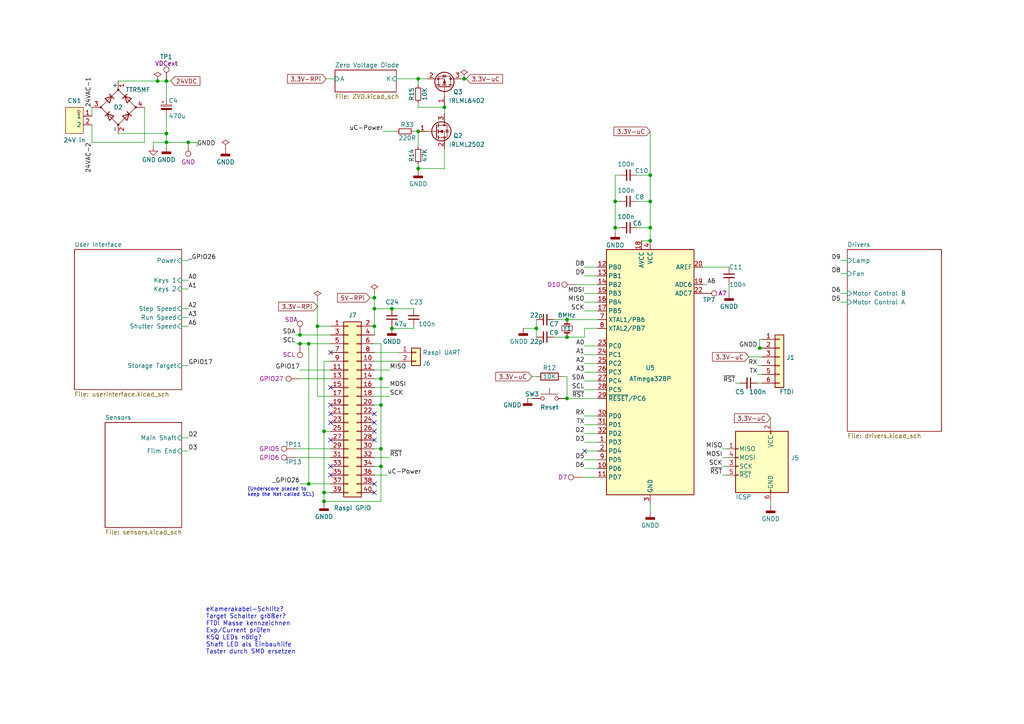
<source format=kicad_sch>
(kicad_sch (version 20230121) (generator eeschema)
  (paper "A4")
  (lib_symbols
    (symbol "Connector:AVR-ISP-6" (pin_names (offset 1.016))
      (property "Reference" "J" (at -6.35 11.43 0))
      (property "Value" "AVR-ISP-6" (at 0 11.43 0))
      (symbol "AVR-ISP-6_0_1"
        (rectangle (start -2.667 -6.858) (end -2.413 -7.62))
        (rectangle (start -2.667 10.16) (end -2.413 9.398))
        (rectangle (start 7.62 -2.413) (end 6.858 -2.667))
        (rectangle (start 7.62 0.127) (end 6.858 -0.127))
        (rectangle (start 7.62 2.667) (end 6.858 2.413))
        (rectangle (start 7.62 5.207) (end 6.858 4.953))
        (rectangle (start 7.62 10.16) (end -7.62 -7.62) (stroke (width 0.254)) (fill (type background)))
      )
      (symbol "AVR-ISP-6_1_1"
        (pin passive line (at 10.16 5.08 180) (length 2.54) (name "MISO") (number "1"))
        (pin passive line (at -2.54 12.7 270) (length 2.54) (name "VCC") (number "2"))
        (pin passive line (at 10.16 0 180) (length 2.54) (name "SCK") (number "3"))
        (pin passive line (at 10.16 2.54 180) (length 2.54) (name "MOSI") (number "4"))
        (pin passive line (at 10.16 -2.54 180) (length 2.54) (name "~{RST}") (number "5"))
        (pin passive line (at -2.54 -10.16 90) (length 2.54) (name "GND") (number "6"))
      )
    )
    (symbol "Connector_Generic:Conn_01x02" (pin_names (offset 1.016) hide)
      (property "Reference" "J" (at 0 2.54 0))
      (property "Value" "Conn_01x02" (at 0 -5.08 0))
      (symbol "Conn_01x02_1_1"
        (rectangle (start -1.27 -2.413) (end 0 -2.667) (stroke (width 0.1524)))
        (rectangle (start -1.27 0.127) (end 0 -0.127) (stroke (width 0.1524)))
        (rectangle (start -1.27 1.27) (end 1.27 -3.81) (stroke (width 0.254)) (fill (type background)))
        (pin passive line (at -5.08 0 0) (length 3.81) (name "Pin_1") (number "1"))
        (pin passive line (at -5.08 -2.54 0) (length 3.81) (name "Pin_2") (number "2"))
      )
    )
    (symbol "Connector_Generic:Conn_01x06" (pin_names (offset 1.016) hide)
      (property "Reference" "J" (at 0 7.62 0))
      (property "Value" "Conn_01x06" (at 0 -10.16 0))
      (symbol "Conn_01x06_1_1"
        (rectangle (start -1.27 -7.493) (end 0 -7.747) (stroke (width 0.1524)))
        (rectangle (start -1.27 -4.953) (end 0 -5.207) (stroke (width 0.1524)))
        (rectangle (start -1.27 -2.413) (end 0 -2.667) (stroke (width 0.1524)))
        (rectangle (start -1.27 0.127) (end 0 -0.127) (stroke (width 0.1524)))
        (rectangle (start -1.27 2.667) (end 0 2.413) (stroke (width 0.1524)))
        (rectangle (start -1.27 5.207) (end 0 4.953) (stroke (width 0.1524)))
        (rectangle (start -1.27 6.35) (end 1.27 -8.89) (stroke (width 0.254)) (fill (type background)))
        (pin passive line (at -5.08 5.08 0) (length 3.81) (name "Pin_1") (number "1"))
        (pin passive line (at -5.08 2.54 0) (length 3.81) (name "Pin_2") (number "2"))
        (pin passive line (at -5.08 0 0) (length 3.81) (name "Pin_3") (number "3"))
        (pin passive line (at -5.08 -2.54 0) (length 3.81) (name "Pin_4") (number "4"))
        (pin passive line (at -5.08 -5.08 0) (length 3.81) (name "Pin_5") (number "5"))
        (pin passive line (at -5.08 -7.62 0) (length 3.81) (name "Pin_6") (number "6"))
      )
    )
    (symbol "Connector_Generic:Conn_02x20_Odd_Even" (pin_names (offset 1.016) hide)
      (property "Reference" "J" (at 1.27 25.4 0))
      (property "Value" "Conn_02x20_Odd_Even" (at 1.27 -27.94 0))
      (symbol "Conn_02x20_Odd_Even_1_1"
        (rectangle (start -1.27 -25.273) (end 0 -25.527) (stroke (width 0.1524)))
        (rectangle (start -1.27 -22.733) (end 0 -22.987) (stroke (width 0.1524)))
        (rectangle (start -1.27 -20.193) (end 0 -20.447) (stroke (width 0.1524)))
        (rectangle (start -1.27 -17.653) (end 0 -17.907) (stroke (width 0.1524)))
        (rectangle (start -1.27 -15.113) (end 0 -15.367) (stroke (width 0.1524)))
        (rectangle (start -1.27 -12.573) (end 0 -12.827) (stroke (width 0.1524)))
        (rectangle (start -1.27 -10.033) (end 0 -10.287) (stroke (width 0.1524)))
        (rectangle (start -1.27 -7.493) (end 0 -7.747) (stroke (width 0.1524)))
        (rectangle (start -1.27 -4.953) (end 0 -5.207) (stroke (width 0.1524)))
        (rectangle (start -1.27 -2.413) (end 0 -2.667) (stroke (width 0.1524)))
        (rectangle (start -1.27 0.127) (end 0 -0.127) (stroke (width 0.1524)))
        (rectangle (start -1.27 2.667) (end 0 2.413) (stroke (width 0.1524)))
        (rectangle (start -1.27 5.207) (end 0 4.953) (stroke (width 0.1524)))
        (rectangle (start -1.27 7.747) (end 0 7.493) (stroke (width 0.1524)))
        (rectangle (start -1.27 10.287) (end 0 10.033) (stroke (width 0.1524)))
        (rectangle (start -1.27 12.827) (end 0 12.573) (stroke (width 0.1524)))
        (rectangle (start -1.27 15.367) (end 0 15.113) (stroke (width 0.1524)))
        (rectangle (start -1.27 17.907) (end 0 17.653) (stroke (width 0.1524)))
        (rectangle (start -1.27 20.447) (end 0 20.193) (stroke (width 0.1524)))
        (rectangle (start -1.27 22.987) (end 0 22.733) (stroke (width 0.1524)))
        (rectangle (start -1.27 24.13) (end 3.81 -26.67) (stroke (width 0.254)) (fill (type background)))
        (rectangle (start 3.81 -25.273) (end 2.54 -25.527) (stroke (width 0.1524)))
        (rectangle (start 3.81 -22.733) (end 2.54 -22.987) (stroke (width 0.1524)))
        (rectangle (start 3.81 -20.193) (end 2.54 -20.447) (stroke (width 0.1524)))
        (rectangle (start 3.81 -17.653) (end 2.54 -17.907) (stroke (width 0.1524)))
        (rectangle (start 3.81 -15.113) (end 2.54 -15.367) (stroke (width 0.1524)))
        (rectangle (start 3.81 -12.573) (end 2.54 -12.827) (stroke (width 0.1524)))
        (rectangle (start 3.81 -10.033) (end 2.54 -10.287) (stroke (width 0.1524)))
        (rectangle (start 3.81 -7.493) (end 2.54 -7.747) (stroke (width 0.1524)))
        (rectangle (start 3.81 -4.953) (end 2.54 -5.207) (stroke (width 0.1524)))
        (rectangle (start 3.81 -2.413) (end 2.54 -2.667) (stroke (width 0.1524)))
        (rectangle (start 3.81 0.127) (end 2.54 -0.127) (stroke (width 0.1524)))
        (rectangle (start 3.81 2.667) (end 2.54 2.413) (stroke (width 0.1524)))
        (rectangle (start 3.81 5.207) (end 2.54 4.953) (stroke (width 0.1524)))
        (rectangle (start 3.81 7.747) (end 2.54 7.493) (stroke (width 0.1524)))
        (rectangle (start 3.81 10.287) (end 2.54 10.033) (stroke (width 0.1524)))
        (rectangle (start 3.81 12.827) (end 2.54 12.573) (stroke (width 0.1524)))
        (rectangle (start 3.81 15.367) (end 2.54 15.113) (stroke (width 0.1524)))
        (rectangle (start 3.81 17.907) (end 2.54 17.653) (stroke (width 0.1524)))
        (rectangle (start 3.81 20.447) (end 2.54 20.193) (stroke (width 0.1524)))
        (rectangle (start 3.81 22.987) (end 2.54 22.733) (stroke (width 0.1524)))
        (pin passive line (at -5.08 22.86 0) (length 3.81) (name "Pin_1") (number "1"))
        (pin passive line (at 7.62 12.7 180) (length 3.81) (name "Pin_10") (number "10"))
        (pin passive line (at -5.08 10.16 0) (length 3.81) (name "Pin_11") (number "11"))
        (pin passive line (at 7.62 10.16 180) (length 3.81) (name "Pin_12") (number "12"))
        (pin passive line (at -5.08 7.62 0) (length 3.81) (name "Pin_13") (number "13"))
        (pin passive line (at 7.62 7.62 180) (length 3.81) (name "Pin_14") (number "14"))
        (pin passive line (at -5.08 5.08 0) (length 3.81) (name "Pin_15") (number "15"))
        (pin passive line (at 7.62 5.08 180) (length 3.81) (name "Pin_16") (number "16"))
        (pin passive line (at -5.08 2.54 0) (length 3.81) (name "Pin_17") (number "17"))
        (pin passive line (at 7.62 2.54 180) (length 3.81) (name "Pin_18") (number "18"))
        (pin passive line (at -5.08 0 0) (length 3.81) (name "Pin_19") (number "19"))
        (pin passive line (at 7.62 22.86 180) (length 3.81) (name "Pin_2") (number "2"))
        (pin passive line (at 7.62 0 180) (length 3.81) (name "Pin_20") (number "20"))
        (pin passive line (at -5.08 -2.54 0) (length 3.81) (name "Pin_21") (number "21"))
        (pin passive line (at 7.62 -2.54 180) (length 3.81) (name "Pin_22") (number "22"))
        (pin passive line (at -5.08 -5.08 0) (length 3.81) (name "Pin_23") (number "23"))
        (pin passive line (at 7.62 -5.08 180) (length 3.81) (name "Pin_24") (number "24"))
        (pin passive line (at -5.08 -7.62 0) (length 3.81) (name "Pin_25") (number "25"))
        (pin passive line (at 7.62 -7.62 180) (length 3.81) (name "Pin_26") (number "26"))
        (pin passive line (at -5.08 -10.16 0) (length 3.81) (name "Pin_27") (number "27"))
        (pin passive line (at 7.62 -10.16 180) (length 3.81) (name "Pin_28") (number "28"))
        (pin passive line (at -5.08 -12.7 0) (length 3.81) (name "Pin_29") (number "29"))
        (pin passive line (at -5.08 20.32 0) (length 3.81) (name "Pin_3") (number "3"))
        (pin passive line (at 7.62 -12.7 180) (length 3.81) (name "Pin_30") (number "30"))
        (pin passive line (at -5.08 -15.24 0) (length 3.81) (name "Pin_31") (number "31"))
        (pin passive line (at 7.62 -15.24 180) (length 3.81) (name "Pin_32") (number "32"))
        (pin passive line (at -5.08 -17.78 0) (length 3.81) (name "Pin_33") (number "33"))
        (pin passive line (at 7.62 -17.78 180) (length 3.81) (name "Pin_34") (number "34"))
        (pin passive line (at -5.08 -20.32 0) (length 3.81) (name "Pin_35") (number "35"))
        (pin passive line (at 7.62 -20.32 180) (length 3.81) (name "Pin_36") (number "36"))
        (pin passive line (at -5.08 -22.86 0) (length 3.81) (name "Pin_37") (number "37"))
        (pin passive line (at 7.62 -22.86 180) (length 3.81) (name "Pin_38") (number "38"))
        (pin passive line (at -5.08 -25.4 0) (length 3.81) (name "Pin_39") (number "39"))
        (pin passive line (at 7.62 20.32 180) (length 3.81) (name "Pin_4") (number "4"))
        (pin passive line (at 7.62 -25.4 180) (length 3.81) (name "Pin_40") (number "40"))
        (pin passive line (at -5.08 17.78 0) (length 3.81) (name "Pin_5") (number "5"))
        (pin passive line (at 7.62 17.78 180) (length 3.81) (name "Pin_6") (number "6"))
        (pin passive line (at -5.08 15.24 0) (length 3.81) (name "Pin_7") (number "7"))
        (pin passive line (at 7.62 15.24 180) (length 3.81) (name "Pin_8") (number "8"))
        (pin passive line (at -5.08 12.7 0) (length 3.81) (name "Pin_9") (number "9"))
      )
    )
    (symbol "Device:C_Polarized_Small" (pin_numbers hide) (pin_names (offset 0.254) hide)
      (property "Reference" "C" (at 0.254 1.778 0))
      (property "Value" "C_Polarized_Small" (at 0.254 -2.032 0))
      (symbol "C_Polarized_Small_0_1"
        (rectangle (start -1.524 -0.3048) (end 1.524 -0.6858) (fill (type outline)))
        (rectangle (start -1.524 0.6858) (end 1.524 0.3048))
        (polyline (pts (xy -1.27 1.524) (xy -0.762 1.524)))
        (polyline (pts (xy -1.016 1.27) (xy -1.016 1.778)))
      )
      (symbol "C_Polarized_Small_1_1"
        (pin passive line (at 0 2.54 270) (length 1.8542) (name "~") (number "1"))
        (pin passive line (at 0 -2.54 90) (length 1.8542) (name "~") (number "2"))
      )
    )
    (symbol "Device:C_Small" (pin_numbers hide) (pin_names (offset 0.254) hide)
      (property "Reference" "C" (at 0.254 1.778 0))
      (property "Value" "C_Small" (at 0.254 -2.032 0))
      (symbol "C_Small_0_1"
        (polyline (pts (xy -1.524 -0.508) (xy 1.524 -0.508)) (stroke (width 0.3302)))
        (polyline (pts (xy -1.524 0.508) (xy 1.524 0.508)) (stroke (width 0.3048)))
      )
      (symbol "C_Small_1_1"
        (pin passive line (at 0 2.54 270) (length 2.032) (name "~") (number "1"))
        (pin passive line (at 0 -2.54 90) (length 2.032) (name "~") (number "2"))
      )
    )
    (symbol "Device:Crystal_Small" (pin_numbers hide) (pin_names (offset 1.016) hide)
      (property "Reference" "Y" (at 0 2.54 0))
      (property "Value" "Crystal_Small" (at 0 -2.54 0))
      (symbol "Crystal_Small_0_1"
        (rectangle (start -0.762 -1.524) (end 0.762 1.524))
        (polyline (pts (xy -1.27 -0.762) (xy -1.27 0.762)) (stroke (width 0.381)))
        (polyline (pts (xy 1.27 -0.762) (xy 1.27 0.762)) (stroke (width 0.381)))
      )
      (symbol "Crystal_Small_1_1"
        (pin passive line (at -2.54 0 0) (length 1.27) (name "1") (number "1"))
        (pin passive line (at 2.54 0 180) (length 1.27) (name "2") (number "2"))
      )
    )
    (symbol "Device:D_Bridge_+-AA" (pin_names (offset 0))
      (property "Reference" "D" (at 2.54 6.985 0))
      (property "Value" "D_Bridge_+-AA" (at 2.54 5.08 0))
      (symbol "D_Bridge_+-AA_0_1"
        (circle (center -5.08 0) (radius 0.254) (fill (type outline)))
        (circle (center 0 -5.08) (radius 0.254) (fill (type outline)))
        (polyline (pts (xy -2.54 3.81) (xy -1.27 2.54)) (stroke (width 0.254)))
        (polyline (pts (xy -1.27 -2.54) (xy -2.54 -3.81)) (stroke (width 0.254)))
        (polyline (pts (xy 2.54 -1.27) (xy 3.81 -2.54)) (stroke (width 0.254)))
        (polyline (pts (xy 2.54 1.27) (xy 3.81 2.54)) (stroke (width 0.254)))
        (polyline (pts (xy -3.81 2.54) (xy -2.54 1.27) (xy -1.905 3.175) (xy -3.81 2.54)) (stroke (width 0.254)))
        (polyline (pts (xy -2.54 -1.27) (xy -3.81 -2.54) (xy -1.905 -3.175) (xy -2.54 -1.27)) (stroke (width 0.254)))
        (polyline (pts (xy 1.27 2.54) (xy 2.54 3.81) (xy 3.175 1.905) (xy 1.27 2.54)) (stroke (width 0.254)))
        (polyline (pts (xy 3.175 -1.905) (xy 1.27 -2.54) (xy 2.54 -3.81) (xy 3.175 -1.905)) (stroke (width 0.254)))
        (polyline (pts (xy -5.08 0) (xy 0 -5.08) (xy 5.08 0) (xy 0 5.08) (xy -5.08 0)))
        (circle (center 0 5.08) (radius 0.254) (fill (type outline)))
        (circle (center 5.08 0) (radius 0.254) (fill (type outline)))
      )
      (symbol "D_Bridge_+-AA_1_1"
        (pin passive line (at 7.62 0 180) (length 2.54) (name "+") (number "1"))
        (pin passive line (at -7.62 0 0) (length 2.54) (name "-") (number "2"))
        (pin passive line (at 0 7.62 270) (length 2.54) (name "~") (number "3"))
        (pin passive line (at 0 -7.62 90) (length 2.54) (name "~") (number "4"))
      )
    )
    (symbol "Device:R" (pin_numbers hide) (pin_names (offset 0))
      (property "Reference" "R" (at 2.032 0 90))
      (property "Value" "R" (at 0 0 90))
      (symbol "R_0_1"
        (rectangle (start -1.016 -2.54) (end 1.016 2.54) (stroke (width 0.254)))
      )
      (symbol "R_1_1"
        (pin passive line (at 0 3.81 270) (length 1.27) (name "~") (number "1"))
        (pin passive line (at 0 -3.81 90) (length 1.27) (name "~") (number "2"))
      )
    )
    (symbol "Device:R_Small" (pin_numbers hide) (pin_names (offset 0.254) hide)
      (property "Reference" "R" (at 0.762 0.508 0))
      (property "Value" "R_Small" (at 0.762 -1.016 0))
      (symbol "R_Small_0_1"
        (rectangle (start -0.762 1.778) (end 0.762 -1.778) (stroke (width 0.2032)))
      )
      (symbol "R_Small_1_1"
        (pin passive line (at 0 2.54 270) (length 0.762) (name "~") (number "1"))
        (pin passive line (at 0 -2.54 90) (length 0.762) (name "~") (number "2"))
      )
    )
    (symbol "MCU_Microchip_ATmega:ATmega328P-A"
      (property "Reference" "U" (at -12.7 36.83 0))
      (property "Value" "ATmega328P-A" (at 2.54 -36.83 0))
      (symbol "ATmega328P-A_0_1"
        (rectangle (start -12.7 -35.56) (end 12.7 35.56) (stroke (width 0.254)) (fill (type background)))
      )
      (symbol "ATmega328P-A_1_1"
        (pin bidirectional line (at 15.24 -20.32 180) (length 2.54) (name "PD3") (number "1"))
        (pin bidirectional line (at 15.24 -27.94 180) (length 2.54) (name "PD6") (number "10"))
        (pin bidirectional line (at 15.24 -30.48 180) (length 2.54) (name "PD7") (number "11"))
        (pin bidirectional line (at 15.24 30.48 180) (length 2.54) (name "PB0") (number "12"))
        (pin bidirectional line (at 15.24 27.94 180) (length 2.54) (name "PB1") (number "13"))
        (pin bidirectional line (at 15.24 25.4 180) (length 2.54) (name "PB2") (number "14"))
        (pin bidirectional line (at 15.24 22.86 180) (length 2.54) (name "PB3") (number "15"))
        (pin bidirectional line (at 15.24 20.32 180) (length 2.54) (name "PB4") (number "16"))
        (pin bidirectional line (at 15.24 17.78 180) (length 2.54) (name "PB5") (number "17"))
        (pin power_in line (at 2.54 38.1 270) (length 2.54) (name "AVCC") (number "18"))
        (pin input line (at -15.24 25.4 0) (length 2.54) (name "ADC6") (number "19"))
        (pin bidirectional line (at 15.24 -22.86 180) (length 2.54) (name "PD4") (number "2"))
        (pin passive line (at -15.24 30.48 0) (length 2.54) (name "AREF") (number "20"))
        (pin passive line (at 0 -38.1 90) (length 2.54) hide (name "GND") (number "21"))
        (pin input line (at -15.24 22.86 0) (length 2.54) (name "ADC7") (number "22"))
        (pin bidirectional line (at 15.24 7.62 180) (length 2.54) (name "PC0") (number "23"))
        (pin bidirectional line (at 15.24 5.08 180) (length 2.54) (name "PC1") (number "24"))
        (pin bidirectional line (at 15.24 2.54 180) (length 2.54) (name "PC2") (number "25"))
        (pin bidirectional line (at 15.24 0 180) (length 2.54) (name "PC3") (number "26"))
        (pin bidirectional line (at 15.24 -2.54 180) (length 2.54) (name "PC4") (number "27"))
        (pin bidirectional line (at 15.24 -5.08 180) (length 2.54) (name "PC5") (number "28"))
        (pin bidirectional line (at 15.24 -7.62 180) (length 2.54) (name "~{RESET}/PC6") (number "29"))
        (pin power_in line (at 0 -38.1 90) (length 2.54) (name "GND") (number "3"))
        (pin bidirectional line (at 15.24 -12.7 180) (length 2.54) (name "PD0") (number "30"))
        (pin bidirectional line (at 15.24 -15.24 180) (length 2.54) (name "PD1") (number "31"))
        (pin bidirectional line (at 15.24 -17.78 180) (length 2.54) (name "PD2") (number "32"))
        (pin power_in line (at 0 38.1 270) (length 2.54) (name "VCC") (number "4"))
        (pin passive line (at 0 -38.1 90) (length 2.54) hide (name "GND") (number "5"))
        (pin passive line (at 0 38.1 270) (length 2.54) hide (name "VCC") (number "6"))
        (pin bidirectional line (at 15.24 15.24 180) (length 2.54) (name "XTAL1/PB6") (number "7"))
        (pin bidirectional line (at 15.24 12.7 180) (length 2.54) (name "XTAL2/PB7") (number "8"))
        (pin bidirectional line (at 15.24 -25.4 180) (length 2.54) (name "PD5") (number "9"))
      )
    )
    (symbol "Peacemans_Teile:TestPoint_named" (pin_numbers hide) (pin_names (offset 0.762) hide)
      (symbol "TestPoint_named_0_1"
        (circle (center 0 3.302) (radius 0.762))
      )
      (symbol "TestPoint_named_1_1"
        (pin passive line (at 0 0 90) (length 2.54) (name "1") (number "1"))
      )
    )
    (symbol "Switch:SW_Push" (pin_numbers hide) (pin_names (offset 1.016) hide)
      (property "Reference" "SW" (at 1.27 2.54 0))
      (property "Value" "SW_Push" (at 0 -1.524 0))
      (symbol "SW_Push_0_1"
        (circle (center -2.032 0) (radius 0.508))
        (polyline (pts (xy 0 1.27) (xy 0 3.048)))
        (polyline (pts (xy 2.54 1.27) (xy -2.54 1.27)))
        (circle (center 2.032 0) (radius 0.508))
        (pin passive line (at -5.08 0 0) (length 2.54) (name "1") (number "1"))
        (pin passive line (at 5.08 0 180) (length 2.54) (name "2") (number "2"))
      )
    )
    (symbol "Transistor_FET:IRLML0030" (pin_names hide)
      (property "Reference" "Q" (at 5.08 1.905 0))
      (property "Value" "IRLML0030" (at 5.08 0 0))
      (symbol "IRLML0030_0_1"
        (polyline (pts (xy 0.254 0) (xy -2.54 0)))
        (polyline (pts (xy 0.254 1.905) (xy 0.254 -1.905)) (stroke (width 0.254)))
        (polyline (pts (xy 0.762 -1.27) (xy 0.762 -2.286)) (stroke (width 0.254)))
        (polyline (pts (xy 0.762 0.508) (xy 0.762 -0.508)) (stroke (width 0.254)))
        (polyline (pts (xy 0.762 2.286) (xy 0.762 1.27)) (stroke (width 0.254)))
        (polyline (pts (xy 2.54 2.54) (xy 2.54 1.778)))
        (polyline (pts (xy 2.54 -2.54) (xy 2.54 0) (xy 0.762 0)))
        (polyline (pts (xy 0.762 -1.778) (xy 3.302 -1.778) (xy 3.302 1.778) (xy 0.762 1.778)))
        (polyline (pts (xy 1.016 0) (xy 2.032 0.381) (xy 2.032 -0.381) (xy 1.016 0)) (fill (type outline)))
        (polyline (pts (xy 2.794 0.508) (xy 2.921 0.381) (xy 3.683 0.381) (xy 3.81 0.254)))
        (polyline (pts (xy 3.302 0.381) (xy 2.921 -0.254) (xy 3.683 -0.254) (xy 3.302 0.381)))
        (circle (center 1.651 0) (radius 2.794) (stroke (width 0.254)))
        (circle (center 2.54 -1.778) (radius 0.254) (fill (type outline)))
        (circle (center 2.54 1.778) (radius 0.254) (fill (type outline)))
      )
      (symbol "IRLML0030_1_1"
        (pin input line (at -5.08 0 0) (length 2.54) (name "G") (number "1"))
        (pin passive line (at 2.54 -5.08 90) (length 2.54) (name "S") (number "2"))
        (pin passive line (at 2.54 5.08 270) (length 2.54) (name "D") (number "3"))
      )
    )
    (symbol "Transistor_FET:IRLML5203" (pin_names hide)
      (property "Reference" "Q" (at 5.08 1.905 0))
      (property "Value" "IRLML5203" (at 5.08 0 0))
      (symbol "IRLML5203_0_1"
        (polyline (pts (xy 0.254 0) (xy -2.54 0)))
        (polyline (pts (xy 0.254 1.905) (xy 0.254 -1.905)) (stroke (width 0.254)))
        (polyline (pts (xy 0.762 -1.27) (xy 0.762 -2.286)) (stroke (width 0.254)))
        (polyline (pts (xy 0.762 0.508) (xy 0.762 -0.508)) (stroke (width 0.254)))
        (polyline (pts (xy 0.762 2.286) (xy 0.762 1.27)) (stroke (width 0.254)))
        (polyline (pts (xy 2.54 2.54) (xy 2.54 1.778)))
        (polyline (pts (xy 2.54 -2.54) (xy 2.54 0) (xy 0.762 0)))
        (polyline (pts (xy 0.762 1.778) (xy 3.302 1.778) (xy 3.302 -1.778) (xy 0.762 -1.778)))
        (polyline (pts (xy 2.286 0) (xy 1.27 0.381) (xy 1.27 -0.381) (xy 2.286 0)) (fill (type outline)))
        (polyline (pts (xy 2.794 -0.508) (xy 2.921 -0.381) (xy 3.683 -0.381) (xy 3.81 -0.254)))
        (polyline (pts (xy 3.302 -0.381) (xy 2.921 0.254) (xy 3.683 0.254) (xy 3.302 -0.381)))
        (circle (center 1.651 0) (radius 2.794) (stroke (width 0.254)))
        (circle (center 2.54 -1.778) (radius 0.254) (fill (type outline)))
        (circle (center 2.54 1.778) (radius 0.254) (fill (type outline)))
      )
      (symbol "IRLML5203_1_1"
        (pin input line (at -5.08 0 0) (length 2.54) (name "G") (number "1"))
        (pin passive line (at 2.54 -5.08 90) (length 2.54) (name "S") (number "2"))
        (pin passive line (at 2.54 5.08 270) (length 2.54) (name "D") (number "3"))
      )
    )
    (symbol "easyeda2kicad:KF142R-5.08-2P"
      (property "Reference" "CN" (at 0 6.35 0))
      (property "Value" "KF142R-5.08-2P" (at 0 -6.35 0))
      (symbol "KF142R-5.08-2P_0_1"
        (rectangle (start -2.54 3.81) (end 2.54 -3.81) (fill (type background)))
        (circle (center -1.27 2.54) (radius 0.38))
        (pin passive line (at -5.08 1.27 0) (length 2.54) (name "1") (number "1"))
        (pin passive line (at -5.08 -1.27 0) (length 2.54) (name "2") (number "2"))
      )
    )
    (symbol "power:GND" (power) (pin_names (offset 0))
      (property "Value" "GND" (at 0 -3.81 0))
      (symbol "GND_0_1"
        (polyline (pts (xy 0 0) (xy 0 -1.27) (xy 1.27 -1.27) (xy 0 -2.54) (xy -1.27 -1.27) (xy 0 -1.27)))
      )
      (symbol "GND_1_1"
        (pin power_in line (at 0 0 270) (length 0) hide (name "GND") (number "1"))
      )
    )
    (symbol "power:GNDD" (power) (pin_names (offset 0))
      (property "Value" "GNDD" (at 0 -3.175 0))
      (symbol "GNDD_0_1"
        (rectangle (start -1.27 -1.524) (end 1.27 -2.032) (stroke (width 0.254)) (fill (type outline)))
        (polyline (pts (xy 0 0) (xy 0 -1.524)))
      )
      (symbol "GNDD_1_1"
        (pin power_in line (at 0 0 270) (length 0) hide (name "GNDD") (number "1"))
      )
    )
    (symbol "power:PWR_FLAG" (power) (pin_numbers hide) (pin_names (offset 0) hide)
      (property "Value" "PWR_FLAG" (at 0 3.81 0))
      (symbol "PWR_FLAG_0_0"
        (pin power_out line (at 0 0 90) (length 0) (name "pwr") (number "1"))
      )
      (symbol "PWR_FLAG_0_1"
        (polyline (pts (xy 0 0) (xy 0 1.27) (xy -1.016 1.905) (xy 0 2.54) (xy 1.016 1.905) (xy 0 1.27)))
      )
    )
  )
  (junction (at 108.585 86.36))
  (junction (at 48.26 38.735))
  (junction (at 48.26 41.275))
  (junction (at 110.49 117.475))
  (junction (at 93.98 145.415))
  (junction (at 108.585 89.535))
  (junction (at 164.465 115.57))
  (junction (at 188.595 50.8))
  (junction (at 220.345 100.965))
  (junction (at 164.465 92.71))
  (junction (at 54.61 41.275))
  (junction (at 108.585 94.615))
  (junction (at 178.435 66.04))
  (junction (at 45.72 23.495))
  (junction (at 113.665 95.25))
  (junction (at 188.595 69.85))
  (junction (at 93.98 142.875))
  (junction (at 93.98 125.095))
  (junction (at 121.285 48.895))
  (junction (at 110.49 130.175))
  (junction (at 188.595 58.42))
  (junction (at 113.665 89.535))
  (junction (at 110.49 109.855))
  (junction (at 86.995 99.695))
  (junction (at 86.995 97.155))
  (junction (at 121.285 22.86))
  (junction (at 89.535 140.335))
  (junction (at 110.49 135.255))
  (junction (at 128.905 31.115))
  (junction (at 121.285 38.1))
  (junction (at 134.62 22.86))
  (junction (at 89.535 99.695))
  (junction (at 92.075 94.615))
  (junction (at 188.595 66.04))
  (junction (at 164.465 97.79))
  (junction (at 178.435 58.42))
  (junction (at 155.575 95.25))
  (junction (at 48.26 23.495))
  (no_connect (at 169.545 130.81))
  (no_connect (at 95.885 120.015))
  (no_connect (at 95.885 122.555))
  (no_connect (at 108.585 125.095))
  (no_connect (at 95.885 135.255))
  (no_connect (at 108.585 120.015))
  (no_connect (at 95.885 117.475))
  (no_connect (at 95.885 102.235))
  (no_connect (at 108.585 127.635))
  (no_connect (at 95.885 137.795))
  (no_connect (at 108.585 140.335))
  (no_connect (at 95.885 112.395))
  (no_connect (at 108.585 142.875))
  (no_connect (at 108.585 122.555))
  (no_connect (at 95.885 127.635))
  (wire (pts (xy 52.705 94.615) (xy 54.61 94.615)))
  (wire (pts (xy 164.465 109.22) (xy 163.195 109.22)))
  (wire (pts (xy 173.355 138.43) (xy 168.91 138.43)))
  (wire (pts (xy 85.725 99.695) (xy 86.995 99.695)))
  (wire (pts (xy 108.585 112.395) (xy 113.03 112.395)))
  (wire (pts (xy 110.49 130.175) (xy 110.49 135.255)))
  (wire (pts (xy 86.995 109.855) (xy 95.885 109.855)))
  (wire (pts (xy 134.62 22.86) (xy 135.255 22.86)))
  (wire (pts (xy 52.705 130.81) (xy 54.61 130.81)))
  (wire (pts (xy 110.49 145.415) (xy 93.98 145.415)))
  (wire (pts (xy 54.61 41.275) (xy 57.15 41.275)))
  (wire (pts (xy 108.585 102.235) (xy 115.57 102.235)))
  (wire (pts (xy 86.995 107.315) (xy 95.885 107.315)))
  (wire (pts (xy 121.285 31.115) (xy 128.905 31.115)))
  (wire (pts (xy 173.355 133.35) (xy 169.545 133.35)))
  (wire (pts (xy 114.935 22.86) (xy 121.285 22.86)))
  (wire (pts (xy 41.91 31.115) (xy 41.91 41.275)))
  (wire (pts (xy 205.105 82.55) (xy 203.835 82.55)))
  (wire (pts (xy 107.315 86.36) (xy 108.585 86.36)))
  (wire (pts (xy 188.595 58.42) (xy 188.595 66.04)))
  (wire (pts (xy 128.905 30.48) (xy 128.905 31.115)))
  (wire (pts (xy 113.665 95.25) (xy 120.015 95.25)))
  (wire (pts (xy 220.345 98.425) (xy 220.345 100.965)))
  (wire (pts (xy 220.345 100.965) (xy 220.98 100.965)))
  (wire (pts (xy 164.465 92.71) (xy 160.655 92.71)))
  (wire (pts (xy 45.72 23.495) (xy 48.26 23.495)))
  (wire (pts (xy 188.595 146.05) (xy 188.595 148.59)))
  (wire (pts (xy 113.665 94.615) (xy 113.665 95.25)))
  (wire (pts (xy 155.575 95.25) (xy 155.575 97.79)))
  (wire (pts (xy 213.36 111.125) (xy 214.63 111.125)))
  (wire (pts (xy 220.98 98.425) (xy 220.345 98.425)))
  (wire (pts (xy 48.26 23.495) (xy 49.53 23.495)))
  (wire (pts (xy 188.595 50.8) (xy 188.595 58.42)))
  (wire (pts (xy 155.575 95.25) (xy 151.765 95.25)))
  (wire (pts (xy 211.455 77.47) (xy 203.835 77.47)))
  (wire (pts (xy 94.615 22.86) (xy 97.155 22.86)))
  (wire (pts (xy 93.98 104.775) (xy 93.98 125.095)))
  (wire (pts (xy 173.355 105.41) (xy 169.545 105.41)))
  (wire (pts (xy 108.585 86.36) (xy 108.585 89.535)))
  (wire (pts (xy 48.26 41.275) (xy 48.26 42.545)))
  (wire (pts (xy 110.49 99.695) (xy 110.49 109.855)))
  (wire (pts (xy 128.905 31.115) (xy 128.905 33.02)))
  (wire (pts (xy 173.355 115.57) (xy 164.465 115.57)))
  (wire (pts (xy 188.595 66.04) (xy 184.785 66.04)))
  (wire (pts (xy 219.71 106.045) (xy 220.98 106.045)))
  (wire (pts (xy 173.355 125.73) (xy 169.545 125.73)))
  (wire (pts (xy 173.355 135.89) (xy 169.545 135.89)))
  (wire (pts (xy 154.305 115.57) (xy 153.035 115.57)))
  (wire (pts (xy 219.71 108.585) (xy 220.98 108.585)))
  (wire (pts (xy 108.585 109.855) (xy 110.49 109.855)))
  (wire (pts (xy 128.905 48.895) (xy 121.285 48.895)))
  (wire (pts (xy 188.595 38.1) (xy 188.595 50.8)))
  (wire (pts (xy 121.285 24.765) (xy 121.285 22.86)))
  (wire (pts (xy 108.585 132.715) (xy 113.03 132.715)))
  (wire (pts (xy 108.585 117.475) (xy 110.49 117.475)))
  (wire (pts (xy 121.285 38.1) (xy 121.285 42.545)))
  (wire (pts (xy 48.26 41.275) (xy 44.45 41.275)))
  (wire (pts (xy 169.545 95.25) (xy 169.545 97.79)))
  (wire (pts (xy 85.725 132.715) (xy 95.885 132.715)))
  (wire (pts (xy 178.435 50.8) (xy 178.435 58.42)))
  (wire (pts (xy 85.725 97.155) (xy 86.995 97.155)))
  (wire (pts (xy 52.705 106.045) (xy 54.61 106.045)))
  (wire (pts (xy 108.585 137.795) (xy 112.395 137.795)))
  (wire (pts (xy 48.26 23.495) (xy 48.26 28.575)))
  (wire (pts (xy 52.705 92.075) (xy 54.61 92.075)))
  (wire (pts (xy 121.285 22.86) (xy 123.825 22.86)))
  (wire (pts (xy 108.585 85.09) (xy 108.585 86.36)))
  (wire (pts (xy 173.355 120.65) (xy 169.545 120.65)))
  (wire (pts (xy 223.52 145.415) (xy 223.52 146.685)))
  (wire (pts (xy 52.705 127) (xy 54.61 127)))
  (wire (pts (xy 93.98 142.875) (xy 95.885 142.875)))
  (wire (pts (xy 173.355 110.49) (xy 169.545 110.49)))
  (wire (pts (xy 52.705 89.535) (xy 54.61 89.535)))
  (wire (pts (xy 54.61 41.275) (xy 48.26 41.275)))
  (wire (pts (xy 120.015 95.25) (xy 120.015 94.615)))
  (wire (pts (xy 173.355 95.25) (xy 169.545 95.25)))
  (wire (pts (xy 173.355 107.95) (xy 169.545 107.95)))
  (wire (pts (xy 108.585 94.615) (xy 108.585 97.155)))
  (wire (pts (xy 169.545 97.79) (xy 164.465 97.79)))
  (wire (pts (xy 85.725 130.175) (xy 95.885 130.175)))
  (wire (pts (xy 209.55 137.795) (xy 210.82 137.795)))
  (wire (pts (xy 223.52 121.285) (xy 223.52 122.555)))
  (wire (pts (xy 108.585 89.535) (xy 113.665 89.535)))
  (wire (pts (xy 155.575 109.22) (xy 154.305 109.22)))
  (wire (pts (xy 108.585 114.935) (xy 113.03 114.935)))
  (wire (pts (xy 173.355 85.09) (xy 169.545 85.09)))
  (wire (pts (xy 108.585 89.535) (xy 108.585 94.615)))
  (wire (pts (xy 93.98 145.415) (xy 93.98 142.875)))
  (wire (pts (xy 89.535 99.695) (xy 89.535 140.335)))
  (wire (pts (xy 245.745 79.375) (xy 243.84 79.375)))
  (wire (pts (xy 219.71 100.965) (xy 220.345 100.965)))
  (wire (pts (xy 178.435 66.04) (xy 178.435 67.31)))
  (wire (pts (xy 173.355 87.63) (xy 169.545 87.63)))
  (wire (pts (xy 173.355 128.27) (xy 169.545 128.27)))
  (wire (pts (xy 173.355 123.19) (xy 169.545 123.19)))
  (wire (pts (xy 164.465 115.57) (xy 164.465 109.22)))
  (wire (pts (xy 184.785 58.42) (xy 188.595 58.42)))
  (wire (pts (xy 95.885 104.775) (xy 93.98 104.775)))
  (wire (pts (xy 173.355 130.81) (xy 169.545 130.81)))
  (wire (pts (xy 211.455 82.55) (xy 211.455 85.09)))
  (wire (pts (xy 245.745 87.63) (xy 243.84 87.63)))
  (wire (pts (xy 155.575 92.71) (xy 155.575 95.25)))
  (wire (pts (xy 173.355 113.03) (xy 169.545 113.03)))
  (wire (pts (xy 217.17 103.505) (xy 220.98 103.505)))
  (wire (pts (xy 92.075 114.935) (xy 92.075 94.615)))
  (wire (pts (xy 111.125 38.1) (xy 114.935 38.1)))
  (wire (pts (xy 92.075 94.615) (xy 95.885 94.615)))
  (wire (pts (xy 89.535 140.335) (xy 95.885 140.335)))
  (wire (pts (xy 110.49 135.255) (xy 110.49 145.415)))
  (wire (pts (xy 110.49 109.855) (xy 110.49 117.475)))
  (wire (pts (xy 89.535 99.695) (xy 95.885 99.695)))
  (wire (pts (xy 34.29 38.735) (xy 48.26 38.735)))
  (wire (pts (xy 209.55 132.715) (xy 210.82 132.715)))
  (wire (pts (xy 173.355 80.01) (xy 169.545 80.01)))
  (wire (pts (xy 178.435 50.8) (xy 179.705 50.8)))
  (wire (pts (xy 54.61 75.565) (xy 52.705 75.565)))
  (wire (pts (xy 178.435 58.42) (xy 179.705 58.42)))
  (wire (pts (xy 41.91 41.275) (xy 26.67 41.275)))
  (wire (pts (xy 93.98 125.095) (xy 93.98 142.875)))
  (wire (pts (xy 86.995 99.695) (xy 89.535 99.695)))
  (wire (pts (xy 57.15 41.275) (xy 57.15 42.545)))
  (wire (pts (xy 219.71 111.125) (xy 220.98 111.125)))
  (wire (pts (xy 209.55 130.175) (xy 210.82 130.175)))
  (wire (pts (xy 164.465 97.79) (xy 160.655 97.79)))
  (wire (pts (xy 92.075 86.995) (xy 92.075 94.615)))
  (wire (pts (xy 34.29 23.495) (xy 45.72 23.495)))
  (wire (pts (xy 121.285 29.845) (xy 121.285 31.115)))
  (wire (pts (xy 173.355 102.87) (xy 169.545 102.87)))
  (wire (pts (xy 113.665 89.535) (xy 120.015 89.535)))
  (wire (pts (xy 52.705 83.82) (xy 54.61 83.82)))
  (wire (pts (xy 173.355 77.47) (xy 169.545 77.47)))
  (wire (pts (xy 95.885 114.935) (xy 92.075 114.935)))
  (wire (pts (xy 121.285 47.625) (xy 121.285 48.895)))
  (wire (pts (xy 44.45 41.275) (xy 44.45 42.545)))
  (wire (pts (xy 93.98 145.415) (xy 93.98 146.05)))
  (wire (pts (xy 128.905 43.18) (xy 128.905 48.895)))
  (wire (pts (xy 86.995 140.335) (xy 89.535 140.335)))
  (wire (pts (xy 178.435 58.42) (xy 178.435 66.04)))
  (wire (pts (xy 108.585 135.255) (xy 110.49 135.255)))
  (wire (pts (xy 48.26 41.275) (xy 48.26 38.735)))
  (wire (pts (xy 108.585 99.695) (xy 110.49 99.695)))
  (wire (pts (xy 108.585 130.175) (xy 110.49 130.175)))
  (wire (pts (xy 188.595 66.04) (xy 188.595 69.85)))
  (wire (pts (xy 110.49 117.475) (xy 110.49 130.175)))
  (wire (pts (xy 173.355 90.17) (xy 169.545 90.17)))
  (wire (pts (xy 173.355 92.71) (xy 164.465 92.71)))
  (wire (pts (xy 86.995 97.155) (xy 95.885 97.155)))
  (wire (pts (xy 179.705 66.04) (xy 178.435 66.04)))
  (wire (pts (xy 52.705 81.28) (xy 54.61 81.28)))
  (wire (pts (xy 184.785 50.8) (xy 188.595 50.8)))
  (wire (pts (xy 134.62 22.86) (xy 133.985 22.86)))
  (wire (pts (xy 245.745 75.565) (xy 243.84 75.565)))
  (wire (pts (xy 26.67 36.195) (xy 26.67 41.275)))
  (wire (pts (xy 188.595 69.85) (xy 186.055 69.85)))
  (wire (pts (xy 167.005 82.55) (xy 173.355 82.55)))
  (wire (pts (xy 173.355 100.33) (xy 169.545 100.33)))
  (wire (pts (xy 245.745 85.09) (xy 243.84 85.09)))
  (wire (pts (xy 26.67 33.655) (xy 26.67 31.115)))
  (wire (pts (xy 108.585 107.315) (xy 113.03 107.315)))
  (wire (pts (xy 121.285 48.895) (xy 121.285 49.53)))
  (wire (pts (xy 108.585 104.775) (xy 115.57 104.775)))
  (wire (pts (xy 209.55 135.255) (xy 210.82 135.255)))
  (wire (pts (xy 93.98 125.095) (xy 95.885 125.095)))
  (wire (pts (xy 48.26 33.655) (xy 48.26 38.735)))
  (wire (pts (xy 120.015 38.1) (xy 121.285 38.1)))
  (text "(Underscore placed to \nkeep the Net called SCL)" (at 71.755 144.145 0) (effects (font (size 1 1)) (justify left bottom)))
  (text "eKamerakabel-Schlitz?\nTarget Schalter größer?\nFTDI Masse kennzeichnen\nExp/Current prüfen\nKSQ LEDs nötig?\nShaft LED als Einbauhilfe\nTaster durch SMD ersetzen" (at 59.69 189.865 0) (effects (font (size 1.27 1.27)) (justify left bottom)))
  (label "GNDD" (at 57.15 42.545 0))
  (label "GNDD" (at 219.71 100.965 180))
  (label "TX" (at 219.71 108.585 180))
  (label "SDA" (at 169.545 110.49 180))
  (label "RX" (at 169.545 120.65 180))
  (label "GPIO17" (at 86.995 107.315 180))
  (label "A1" (at 169.545 102.87 180))
  (label "A0" (at 169.545 100.33 180))
  (label "GPIO17" (at 54.61 106.045 0))
  (label "MISO" (at 113.03 107.315 0))
  (label "24VAC-2" (at 26.67 41.275 270))
  (label "D6" (at 169.545 135.89 180))
  (label "D5" (at 169.545 133.35 180))
  (label "MOSI" (at 169.545 85.09 180))
  (label "SCK" (at 113.03 114.935 0))
  (label "uC-Power" (at 112.395 137.795 0))
  (label "MOSI" (at 209.55 132.715 180))
  (label "TX" (at 169.545 123.19 180))
  (label "A2" (at 169.545 105.41 180))
  (label "SCL" (at 169.545 113.03 180))
  (label "D2" (at 54.61 127 0))
  (label "MISO" (at 209.55 130.175 180))
  (label "A1" (at 54.61 83.82 0))
  (label "D8" (at 169.545 77.47 180))
  (label "~{RST}" (at 213.36 111.125 180))
  (label "SCK" (at 209.55 135.255 180))
  (label "uC-Power" (at 111.125 38.1 180))
  (label "D5" (at 243.84 87.63 180))
  (label "_GPIO26" (at 54.61 75.565 0))
  (label "SCL" (at 85.725 99.695 180))
  (label "~{RST}" (at 169.545 115.57 180))
  (label "D9" (at 243.84 75.565 180))
  (label "D2" (at 169.545 125.73 180))
  (label "_GPIO26" (at 86.995 140.335 180))
  (label "A3" (at 169.545 107.95 180))
  (label "A6" (at 205.105 82.55 0))
  (label "A3" (at 54.61 92.075 0))
  (label "A2" (at 54.61 89.535 0))
  (label "~{RST}" (at 113.03 132.715 0))
  (label "SDA" (at 85.725 97.155 180))
  (label "RX" (at 219.71 106.045 180))
  (label "D9" (at 169.545 80.01 180))
  (label "SCK" (at 169.545 90.17 180))
  (label "D3" (at 169.545 128.27 180))
  (label "D8" (at 243.84 79.375 180))
  (label "A6" (at 54.61 94.615 0))
  (label "24VAC-1" (at 26.67 31.115 90))
  (label "D6" (at 243.84 85.09 180))
  (label "~{RST}" (at 209.55 137.795 180))
  (label "MISO" (at 169.545 87.63 180))
  (label "A0" (at 54.61 81.28 0))
  (label "MOSI" (at 113.03 112.395 0))
  (label "D3" (at 54.61 130.81 0))
  (global_label "3.3V-uC" (shape input) (at 135.255 22.86 0) (property "Intersheetrefs" "${INTERSHEET_REFS}" (effects hide)))
  (global_label "3.3V-uC" (shape input) (at 217.17 103.505 180) (property "Intersheetrefs" "${INTERSHEET_REFS}" (effects hide)))
  (global_label "5V-RPi" (shape input) (at 107.315 86.36 180) (property "Intersheetrefs" "${INTERSHEET_REFS}" (effects hide)))
  (global_label "3.3V-RPi" (shape input) (at 94.615 22.86 180) (property "Intersheetrefs" "${INTERSHEET_REFS}" (effects hide)))
  (global_label "3.3V-RPi" (shape input) (at 92.075 88.9 180) (property "Intersheetrefs" "${INTERSHEET_REFS}" (effects hide)))
  (global_label "3.3V-uC" (shape input) (at 154.305 109.22 180) (property "Intersheetrefs" "${INTERSHEET_REFS}" (effects hide)))
  (global_label "3.3V-uC" (shape input) (at 188.595 38.1 180) (property "Intersheetrefs" "${INTERSHEET_REFS}" (effects hide)))
  (global_label "24VDC" (shape input) (at 49.53 23.495 0) (property "Intersheetrefs" "${INTERSHEET_REFS}" (effects hide)))
  (global_label "3.3V-uC" (shape input) (at 223.52 121.285 180) (property "Intersheetrefs" "${INTERSHEET_REFS}" (effects hide)))
  (symbol (lib_id "MCU_Microchip_ATmega:ATmega328P-A") (at 188.595 107.95 0) (mirror y) (unit 1)
    (property "Reference" "U5" (at 188.595 106.68 0))
    (property "Value" "ATmega328P" (at 188.595 109.855 0))
    (property "Footprint" "Package_QFP:TQFP-32_7x7mm_P0.8mm" (effects hide))
    (property "Datasheet" "http://ww1.microchip.com/downloads/en/DeviceDoc/ATmega328_P%20AVR%20MCU%20with%20picoPower%20Technology%20Data%20Sheet%2040001984A.pdf" (effects hide))
    (property "LCSC" "C14877" (effects hide))
    (property "Inventory" "E" (effects hide))
  )
  (symbol (lib_id "Device:C_Small") (at 158.115 92.71 90) (mirror x) (unit 1)
    (property "Reference" "C7" (at 160.655 93.98 90))
    (property "Value" "22p" (at 155.575 91.44 90))
    (property "Footprint" "Capacitor_SMD:C_0805_2012Metric" (effects hide))
    (property "Datasheet" "https://datasheet.lcsc.com/lcsc/2304140030_Samsung-Electro-Mechanics-CL21C220JBANNNC_C1804.pdf" (effects hide))
    (property "LCSC" "C1804" (effects hide))
    (property "Inventory" "B" (effects hide))
  )
  (symbol (lib_id "Device:C_Small") (at 158.115 97.79 270) (unit 1)
    (property "Reference" "C9" (at 160.655 96.52 90))
    (property "Value" "22p" (at 155.575 99.06 90))
    (property "Footprint" "Capacitor_SMD:C_0805_2012Metric" (effects hide))
    (property "Datasheet" "https://datasheet.lcsc.com/lcsc/2304140030_Samsung-Electro-Mechanics-CL21C220JBANNNC_C1804.pdf" (effects hide))
    (property "LCSC" "C1804" (effects hide))
    (property "Inventory" "B" (effects hide))
  )
  (symbol (lib_id "Device:C_Small") (at 211.455 80.01 0) (mirror y) (unit 1)
    (property "Reference" "C11" (at 211.455 77.47 0) (effects (justify right)))
    (property "Value" "100n" (at 211.455 82.55 0) (effects (justify right)))
    (property "Footprint" "Capacitor_SMD:C_0805_2012Metric" (effects hide))
    (property "Datasheet" "https://datasheet.lcsc.com/lcsc/2304140030_Samsung-Electro-Mechanics-CL21B104KCFNNNE_C28233.pdf" (effects hide))
    (property "LCSC" "C28233" (effects hide))
    (property "Inventory" "B" (effects hide))
  )
  (symbol (lib_id "Device:Crystal_Small") (at 164.465 95.25 90) (mirror x) (unit 1)
    (property "Reference" "Y1" (at 165.735 95.25 90) (effects (justify left)))
    (property "Value" "8MHz" (at 167.005 91.44 90) (effects (justify left)))
    (property "Footprint" "Crystal:Crystal_SMD_5032-2Pin_5.0x3.2mm" (effects hide))
    (property "Datasheet" "https://datasheet.lcsc.com/lcsc/2302201101_YXC-X50328MSB2GI_C115962.pdf" (effects hide))
    (property "LCSC" "C115962" (effects hide))
    (property "Inventory" "B" (effects hide))
  )
  (symbol (lib_id "power:GNDD") (at 151.765 95.25 0) (mirror y) (unit 1)
    (property "Reference" "#PWR07" (effects hide))
    (property "Value" "GNDD" (at 150.495 99.06 0))
  )
  (symbol (lib_id "power:GNDD") (at 188.595 148.59 0) (mirror y) (unit 1)
    (property "Reference" "#PWR010" (effects hide))
    (property "Value" "GNDD" (at 188.595 152.4 0))
  )
  (symbol (lib_id "Device:R") (at 159.385 109.22 90) (mirror x) (unit 1)
    (property "Reference" "R12" (at 159.385 106.68 90))
    (property "Value" "10K" (at 159.385 109.22 90))
    (property "Footprint" "Resistor_SMD:R_0805_2012Metric" (effects hide))
    (property "LCSC" "C17414" (effects hide))
    (property "Inventory" "B" (effects hide))
  )
  (symbol (lib_id "power:GNDD") (at 48.26 42.545 0) (unit 1)
    (property "Reference" "#PWR02" (effects hide))
    (property "Value" "GNDD" (at 48.26 46.355 0))
  )
  (symbol (lib_id "Device:C_Polarized_Small") (at 48.26 31.115 0) (unit 1)
    (property "Reference" "C4" (at 48.895 29.21 0) (effects (justify left)))
    (property "Value" "470u" (at 48.895 33.655 0) (effects (justify left)))
    (property "Footprint" "easyeda2kicad:CAP-SMD_BD12.5-L13.0-W13.0-RD" (effects hide))
    (property "Datasheet" "https://datasheet.lcsc.com/lcsc/2208091830_ROQANG-RVT1H471M1213_C90272.pdf" (effects hide))
    (property "LCSC" "C90272" (effects hide))
    (property "Inventory" "E" (effects hide))
  )
  (symbol (lib_id "Connector_Generic:Conn_01x06") (at 226.06 103.505 0) (unit 1) (in_bom no)
    (property "Reference" "J1" (at 228.092 103.7082 0) (effects (justify left)))
    (property "Value" "FTDI" (at 226.06 113.665 0) (effects (justify left)))
    (property "Footprint" "Connector_PinHeader_2.54mm:PinHeader_1x06_P2.54mm_Vertical" (effects hide))
  )
  (symbol (lib_id "power:GND") (at 44.45 42.545 0) (unit 1)
    (property "Reference" "#PWR01" (effects hide))
    (property "Value" "GND" (at 43.18 46.355 0))
  )
  (symbol (lib_id "Device:C_Small") (at 217.17 111.125 270) (unit 1)
    (property "Reference" "C5" (at 215.9 113.665 90) (effects (justify right)))
    (property "Value" "100n" (at 222.25 113.665 90) (effects (justify right)))
    (property "Footprint" "Capacitor_SMD:C_0805_2012Metric" (effects hide))
    (property "Datasheet" "https://datasheet.lcsc.com/lcsc/2304140030_Samsung-Electro-Mechanics-CL21B104KCFNNNE_C28233.pdf" (effects hide))
    (property "LCSC" "C28233" (effects hide))
    (property "Inventory" "B" (effects hide))
  )
  (symbol (lib_id "Peacemans_Teile:TestPoint_named") (at 48.26 23.495 0) (unit 1)
    (property "Reference" "TP1" (at 46.355 16.51 0) (effects (justify left)))
    (property "Value" "24V" (effects hide))
    (property "Footprint" "Peacemans_Footprints:TestPoint_THTPad_1.5x1.5mm_Drill0.7mm_named" (effects hide))
    (property "TP_Label" "VDCext" (at 48.26 18.415 0))
  )
  (symbol (lib_id "Connector:AVR-ISP-6") (at 220.98 135.255 0) (mirror y) (unit 1) (in_bom no)
    (property "Reference" "J5" (at 229.362 132.8166 0) (effects (justify right)))
    (property "Value" "ICSP" (at 213.36 144.145 0) (effects (justify right)))
    (property "Footprint" "Connector_PinHeader_2.54mm:PinHeader_2x03_P2.54mm_Vertical" (effects hide))
    (property "Datasheet" " ~" (effects hide))
  )
  (symbol (lib_id "power:GNDD") (at 223.52 146.685 0) (unit 1)
    (property "Reference" "#PWR012" (effects hide))
    (property "Value" "GNDD" (at 223.52 150.495 0))
  )
  (symbol (lib_id "Device:C_Small") (at 182.245 66.04 270) (mirror x) (unit 1)
    (property "Reference" "C6" (at 183.515 64.77 90) (effects (justify left)))
    (property "Value" "100n" (at 179.07 62.865 90) (effects (justify left)))
    (property "Footprint" "Capacitor_SMD:C_0805_2012Metric" (effects hide))
    (property "Datasheet" "https://datasheet.lcsc.com/lcsc/2304140030_Samsung-Electro-Mechanics-CL21B104KCFNNNE_C28233.pdf" (effects hide))
    (property "LCSC" "C28233" (effects hide))
    (property "Inventory" "B" (effects hide))
  )
  (symbol (lib_id "power:PWR_FLAG") (at 45.72 23.495 0) (unit 1)
    (property "Reference" "#FLG01" (effects hide))
    (property "Value" "PWR_FLAG" (effects hide))
  )
  (symbol (lib_id "easyeda2kicad:KF142R-5.08-2P") (at 21.59 34.925 0) (mirror y) (unit 1)
    (property "Reference" "CN1" (at 21.59 29.21 0))
    (property "Value" "24V in" (at 21.59 40.64 0))
    (property "Footprint" "easyeda2kicad:CONN-TH_2P-P5.08_KF142R-5.08-2P" (effects hide))
    (property "Datasheet" "https://lcsc.com/product-detail/New-Quadratic-Unclassified-Data_Cixi-Kefa-Elec-KF142R-5-08-2P_C475144.html" (effects hide))
    (property "LCSC" "C475144" (effects hide))
  )
  (symbol (lib_id "Peacemans_Teile:TestPoint_named") (at 85.725 132.715 90) (unit 1)
    (property "Reference" "TP13" (at 85.09 133.985 90))
    (property "Value" "GPIO6" (effects hide))
    (property "Footprint" "Peacemans_Footprints:TestPoint_THTPad_1.5x1.5mm_Drill0.7mm_named" (effects hide))
    (property "TP_Label" "GPIO6" (at 78.105 132.715 90))
  )
  (symbol (lib_id "power:GNDD") (at 93.98 146.05 0) (unit 1)
    (property "Reference" "#PWR04" (effects hide))
    (property "Value" "GNDD" (at 93.98 149.86 0))
  )
  (symbol (lib_id "Peacemans_Teile:TestPoint_named") (at 86.995 99.695 180) (unit 1)
    (property "Reference" "TP6" (effects hide))
    (property "Value" "TestPoint" (effects hide))
    (property "Footprint" "Peacemans_Footprints:TestPoint_THTPad_1.5x1.5mm_Drill0.7mm_named" (effects hide))
    (property "TP_Label" "SCL" (at 83.82 102.87 0))
  )
  (symbol (lib_id "Connector_Generic:Conn_02x20_Odd_Even") (at 100.965 117.475 0) (unit 1)
    (property "Reference" "J7" (at 102.235 91.44 0))
    (property "Value" "Raspi GPIO" (at 102.235 147.32 0))
    (property "Footprint" "Connector_PinSocket_2.54mm:PinSocket_2x20_P2.54mm_Vertical" (effects hide))
    (property "Datasheet" "https://datasheet.lcsc.com/lcsc/1811132110_BOOMELE-Boom-Precision-Elec-C35165_C35165.pdf" (effects hide))
  )
  (symbol (lib_id "power:GNDD") (at 178.435 67.31 0) (mirror y) (unit 1)
    (property "Reference" "#PWR09" (effects hide))
    (property "Value" "GNDD" (at 178.435 71.12 0))
  )
  (symbol (lib_id "power:PWR_FLAG") (at 92.075 86.995 0) (unit 1)
    (property "Reference" "#FLG03" (effects hide))
    (property "Value" "PWR_FLAG" (effects hide))
  )
  (symbol (lib_id "Switch:SW_Push") (at 159.385 115.57 0) (mirror y) (unit 1)
    (property "Reference" "SW3" (at 154.305 114.3 0))
    (property "Value" "Reset" (at 159.385 118.11 0))
    (property "Footprint" "Button_Switch_SMD:SW_Push_1P1T_XKB_TS-1187A" (effects hide))
    (property "Datasheet" "https://datasheet.lcsc.com/lcsc/2304140030_XKB-Connectivity-TS-1187A-B-A-B_C318884.pdf" (effects hide))
    (property "LCSC" "C318884" (effects hide))
    (property "Inventory" "B" (effects hide))
  )
  (symbol (lib_id "Device:D_Bridge_+-AA") (at 34.29 31.115 90) (unit 1)
    (property "Reference" "D2" (at 34.29 31.115 90))
    (property "Value" "TTR5MF" (at 40.005 26.035 90))
    (property "Footprint" "easyeda2kicad:DIO-BG-TH_TTF" (effects hide))
    (property "Datasheet" "https://datasheet.lcsc.com/lcsc/2308231038_MDD-Microdiode-Electronics--TTR5MF_C911077.pdf" (effects hide))
    (property "LCSC" "C911077" (effects hide))
    (property "Inventory" "E" (effects hide))
  )
  (symbol (lib_id "Device:C_Small") (at 182.245 50.8 270) (mirror x) (unit 1)
    (property "Reference" "C10" (at 184.15 49.53 90) (effects (justify left)))
    (property "Value" "100n" (at 179.07 47.625 90) (effects (justify left)))
    (property "Footprint" "Capacitor_SMD:C_0805_2012Metric" (effects hide))
    (property "Datasheet" "https://datasheet.lcsc.com/lcsc/2304140030_Samsung-Electro-Mechanics-CL21B104KCFNNNE_C28233.pdf" (effects hide))
    (property "LCSC" "C28233" (effects hide))
    (property "Inventory" "B" (effects hide))
  )
  (symbol (lib_id "Peacemans_Teile:TestPoint_named") (at 85.725 130.175 90) (unit 1)
    (property "Reference" "TP11" (at 85.09 128.905 90))
    (property "Value" "GPIO5" (effects hide))
    (property "Footprint" "Peacemans_Footprints:TestPoint_THTPad_1.5x1.5mm_Drill0.7mm_named" (effects hide))
    (property "TP_Label" "GPIO5" (at 78.105 130.175 90))
  )
  (symbol (lib_id "power:GNDD") (at 211.455 85.09 0) (mirror y) (unit 1)
    (property "Reference" "#PWR011" (effects hide))
    (property "Value" "GNDD" (at 211.455 88.9 0))
  )
  (symbol (lib_id "power:GNDD") (at 153.035 115.57 0) (mirror y) (unit 1)
    (property "Reference" "#PWR08" (effects hide))
    (property "Value" "GNDD" (at 148.59 117.475 0))
  )
  (symbol (lib_id "Device:R_Small") (at 117.475 38.1 90) (unit 1)
    (property "Reference" "R33" (at 118.11 36.195 90))
    (property "Value" "220R" (at 118.11 40.005 90))
    (property "Footprint" "Resistor_SMD:R_0805_2012Metric" (effects hide))
    (property "LCSC" "C17557" (effects hide))
    (property "Inventory" "B" (effects hide))
  )
  (symbol (lib_id "Peacemans_Teile:TestPoint_named") (at 203.835 85.09 270) (mirror x) (unit 1)
    (property "Reference" "TP7" (at 203.835 86.995 90) (effects (justify left)))
    (property "Value" "A7" (effects hide))
    (property "Footprint" "Peacemans_Footprints:TestPoint_THTPad_1.5x1.5mm_Drill0.7mm_named" (effects hide))
    (property "TP_Label" "A7" (at 209.55 85.09 90))
  )
  (symbol (lib_id "Peacemans_Teile:TestPoint_named") (at 86.995 109.855 90) (unit 1)
    (property "Reference" "TP12" (effects hide))
    (property "Value" "GPIO27" (effects hide))
    (property "Footprint" "Peacemans_Footprints:TestPoint_THTPad_1.5x1.5mm_Drill0.7mm_named" (effects hide))
    (property "TP_Label" "GPIO27" (at 78.74 109.855 90))
  )
  (symbol (lib_id "Device:R_Small") (at 121.285 27.305 0) (unit 1)
    (property "Reference" "R15" (at 119.38 27.305 90))
    (property "Value" "10K" (at 123.19 27.305 90))
    (property "Footprint" "Resistor_SMD:R_0805_2012Metric" (effects hide))
    (property "LCSC" "C17414" (effects hide))
    (property "Inventory" "B" (effects hide))
  )
  (symbol (lib_id "power:GNDD") (at 65.405 43.18 0) (unit 1)
    (property "Reference" "#PWR03" (effects hide))
    (property "Value" "GNDD" (at 65.405 46.99 0))
  )
  (symbol (lib_id "Peacemans_Teile:TestPoint_named") (at 168.91 138.43 90) (mirror x) (unit 1)
    (property "Reference" "TP4" (effects hide))
    (property "Value" "D7" (effects hide))
    (property "Footprint" "Peacemans_Footprints:TestPoint_THTPad_1.5x1.5mm_Drill0.7mm_named" (effects hide))
    (property "TP_Label" "D7" (at 163.195 138.43 90))
  )
  (symbol (lib_id "power:PWR_FLAG") (at 65.405 43.18 0) (unit 1)
    (property "Reference" "#FLG02" (effects hide))
    (property "Value" "PWR_FLAG" (effects hide))
  )
  (symbol (lib_id "Device:C_Small") (at 113.665 92.075 0) (unit 1)
    (property "Reference" "C24" (at 111.76 87.63 0) (effects (justify left)))
    (property "Value" "47u" (at 114.3 93.98 0) (effects (justify left)))
    (property "Footprint" "Capacitor_SMD:C_1206_3216Metric" (effects hide))
    (property "Datasheet" "https://datasheet.lcsc.com/lcsc/2304140030_Samsung-Electro-Mechanics-CL31A476MPHNNNE_C96123.pdf" (effects hide))
    (property "LCSC" "C96123" (effects hide))
    (property "Inventory" "B" (effects hide))
  )
  (symbol (lib_id "Device:R_Small") (at 121.285 45.085 180) (unit 1)
    (property "Reference" "R14" (at 119.38 45.085 90))
    (property "Value" "47K" (at 123.19 45.085 90))
    (property "Footprint" "Resistor_SMD:R_0805_2012Metric" (effects hide))
    (property "LCSC" "C17713" (effects hide))
    (property "Inventory" "B" (effects hide))
  )
  (symbol (lib_id "power:PWR_FLAG") (at 108.585 85.09 0) (unit 1)
    (property "Reference" "#FLG04" (effects hide))
    (property "Value" "PWR_FLAG" (effects hide))
  )
  (symbol (lib_id "power:GNDD") (at 121.285 49.53 0) (unit 1)
    (property "Reference" "#PWR06" (effects hide))
    (property "Value" "GNDD" (at 121.285 53.34 0))
  )
  (symbol (lib_id "Peacemans_Teile:TestPoint_named") (at 167.005 82.55 90) (mirror x) (unit 1)
    (property "Reference" "TP8" (effects hide))
    (property "Value" "D10" (effects hide))
    (property "Footprint" "Peacemans_Footprints:TestPoint_THTPad_1.5x1.5mm_Drill0.7mm_named" (effects hide))
    (property "TP_Label" "D10" (at 160.655 82.55 90))
  )
  (symbol (lib_id "Peacemans_Teile:TestPoint_named") (at 54.61 41.275 180) (unit 1)
    (property "Reference" "TP2" (effects hide))
    (property "Value" "GND" (effects hide))
    (property "Footprint" "Peacemans_Footprints:TestPoint_THTPad_1.5x1.5mm_Drill0.7mm_named" (effects hide))
    (property "TP_Label" "GND" (at 54.61 46.99 0))
  )
  (symbol (lib_id "Device:C_Small") (at 120.015 92.075 0) (unit 1)
    (property "Reference" "C23" (at 118.745 87.63 0) (effects (justify left)))
    (property "Value" "100n" (at 121.285 93.98 0) (effects (justify left)))
    (property "Footprint" "Capacitor_SMD:C_0805_2012Metric" (effects hide))
    (property "Datasheet" "https://datasheet.lcsc.com/lcsc/2304140030_Samsung-Electro-Mechanics-CL21B104KCFNNNE_C28233.pdf" (effects hide))
    (property "LCSC" "C28233" (effects hide))
    (property "Inventory" "B" (effects hide))
  )
  (symbol (lib_id "Transistor_FET:IRLML0030") (at 126.365 38.1 0) (unit 1)
    (property "Reference" "Q2" (at 131.445 39.37 0) (effects (justify left)))
    (property "Value" "IRLML2502" (at 130.175 41.91 0) (effects (justify left)))
    (property "Footprint" "Package_TO_SOT_SMD:SOT-23" (effects hide))
    (property "LCSC" "C347503" (effects hide))
    (property "Inventory" "E" (effects hide))
  )
  (symbol (lib_id "power:PWR_FLAG") (at 134.62 22.86 0) (unit 1)
    (property "Reference" "#FLG05" (effects hide))
    (property "Value" "PWR_FLAG" (effects hide))
  )
  (symbol (lib_id "Device:C_Small") (at 182.245 58.42 270) (mirror x) (unit 1)
    (property "Reference" "C8" (at 184.15 57.15 90) (effects (justify left)))
    (property "Value" "100n" (at 179.07 55.245 90) (effects (justify left)))
    (property "Footprint" "Capacitor_SMD:C_0805_2012Metric" (effects hide))
    (property "Datasheet" "https://datasheet.lcsc.com/lcsc/2304140030_Samsung-Electro-Mechanics-CL21B104KCFNNNE_C28233.pdf" (effects hide))
    (property "LCSC" "C28233" (effects hide))
    (property "Inventory" "B" (effects hide))
  )
  (symbol (lib_id "Connector_Generic:Conn_01x02") (at 120.65 102.235 0) (unit 1) (in_bom no)
    (property "Reference" "J6" (at 122.555 105.41 0) (effects (justify left)))
    (property "Value" "Raspi UART" (at 122.555 102.235 0) (effects (justify left)))
    (property "Footprint" "Connector_PinHeader_2.54mm:PinHeader_1x02_P2.54mm_Vertical" (effects hide))
  )
  (symbol (lib_id "Peacemans_Teile:TestPoint_named") (at 86.995 97.155 0) (unit 1)
    (property "Reference" "TP5" (effects hide))
    (property "Value" "TestPoint" (effects hide))
    (property "Footprint" "Peacemans_Footprints:TestPoint_THTPad_1.5x1.5mm_Drill0.7mm_named" (effects hide))
    (property "TP_Label" "SDA" (at 84.455 92.71 0))
  )
  (symbol (lib_id "power:GNDD") (at 113.665 95.25 0) (unit 1)
    (property "Reference" "#PWR05" (effects hide))
    (property "Value" "GNDD" (at 113.665 99.06 0))
  )
  (symbol (lib_id "Transistor_FET:IRLML5203") (at 128.905 25.4 270) (mirror x) (unit 1)
    (property "Reference" "Q3" (at 131.445 26.67 90) (effects (justify left)))
    (property "Value" "IRLML6402" (at 130.175 29.21 90) (effects (justify left)))
    (property "Footprint" "Package_TO_SOT_SMD:SOT-23" (effects hide))
    (property "LCSC" "C2886430" (effects hide))
    (property "Inventory" "E" (effects hide))
  )
  (sheet (at 97.155 20.32) (size 17.78 6.35) (stroke (width 0.1524))
    (property "Sheetname" "Zero Voltage Diode" (at 97.155 19.6084 0) (effects (justify left bottom)))
    (property "Sheetfile" "ZVD.kicad_sch" (at 97.155 27.2546 0) (effects (justify left top)))
    (pin "A" input (at 97.155 22.86 180))
    (pin "K" input (at 114.935 22.86 0))
  )
  (sheet (at 30.48 122.555) (size 22.225 30.48) (stroke (width 0.1524))
    (property "Sheetname" "Sensors" (at 30.48 121.8434 0) (effects (justify left bottom)))
    (property "Sheetfile" "sensors.kicad_sch" (at 30.48 153.6196 0) (effects (justify left top)))
    (pin "Main Shaft" input (at 52.705 127 0))
    (pin "Film End" input (at 52.705 130.81 0))
  )
  (sheet (at 21.59 72.39) (size 31.115 40.64) (stroke (width 0.1524))
    (property "Sheetname" "User Interface" (at 21.59 71.6784 0) (effects (justify left bottom)))
    (property "Sheetfile" "userinterface.kicad_sch" (at 21.59 113.6146 0) (effects (justify left top)))
    (pin "Run Speed" input (at 52.705 92.075 0))
    (pin "Shutter Speed" input (at 52.705 94.615 0))
    (pin "Step Speed" input (at 52.705 89.535 0))
    (pin "Keys 1" input (at 52.705 81.28 0))
    (pin "Keys 2" input (at 52.705 83.82 0))
    (pin "Power" input (at 52.705 75.565 0))
    (pin "Storage Target" input (at 52.705 106.045 0))
  )
  (sheet (at 245.745 72.39) (size 27.305 52.705) (stroke (width 0.1524))
    (property "Sheetname" "Drivers" (at 245.745 71.6784 0) (effects (justify left bottom)))
    (property "Sheetfile" "drivers.kicad_sch" (at 245.745 125.6796 0) (effects (justify left top)))
    (pin "Lamp" input (at 245.745 75.565 180))
    (pin "Fan" input (at 245.745 79.375 180))
    (pin "Motor Control B" input (at 245.745 85.09 180))
    (pin "Motor Control A" input (at 245.745 87.63 180))
  )
)
</source>
